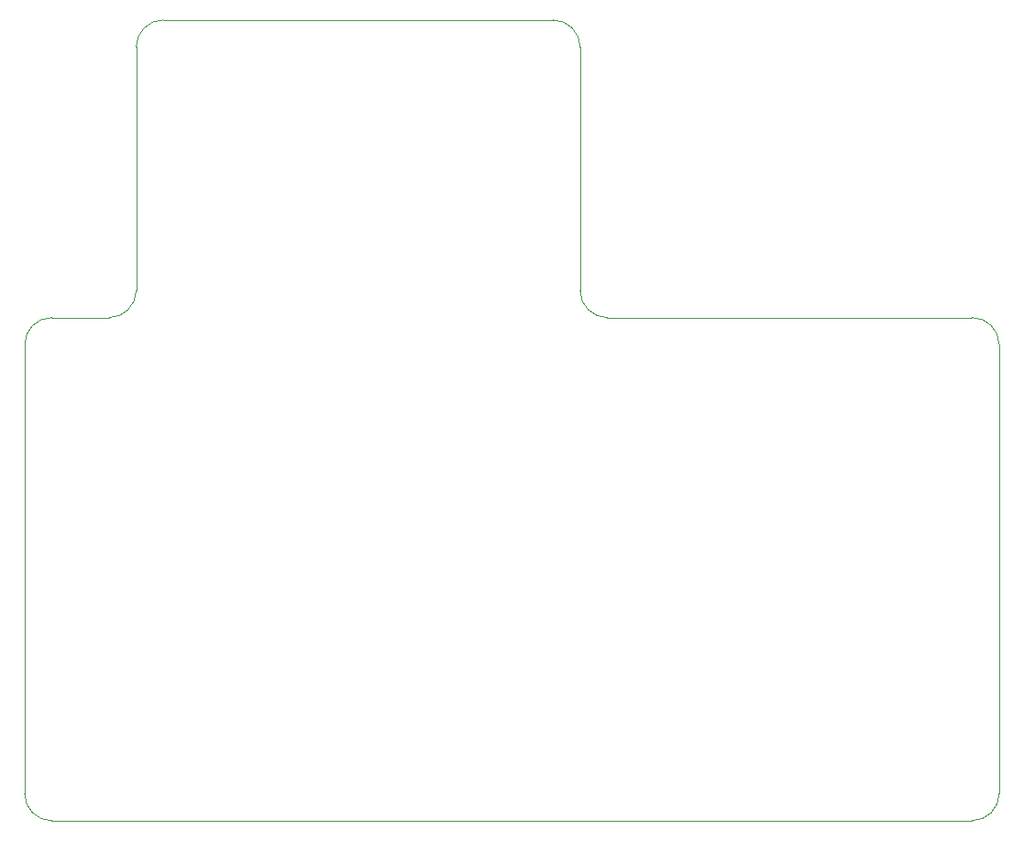
<source format=gbr>
%TF.GenerationSoftware,KiCad,Pcbnew,8.0.5*%
%TF.CreationDate,2024-10-07T01:51:17+09:00*%
%TF.ProjectId,fsk-energymeter,66736b2d-656e-4657-9267-796d65746572,v0.0.1*%
%TF.SameCoordinates,Original*%
%TF.FileFunction,Profile,NP*%
%FSLAX46Y46*%
G04 Gerber Fmt 4.6, Leading zero omitted, Abs format (unit mm)*
G04 Created by KiCad (PCBNEW 8.0.5) date 2024-10-07 01:51:17*
%MOMM*%
%LPD*%
G01*
G04 APERTURE LIST*
%TA.AperFunction,Profile*%
%ADD10C,0.050000*%
%TD*%
G04 APERTURE END LIST*
D10*
X170500000Y-74600000D02*
X170500000Y-116100000D01*
X129300000Y-44600000D02*
G75*
G02*
X131800000Y-47100000I0J-2500000D01*
G01*
X168000000Y-118600000D02*
X83000000Y-118600000D01*
X83000000Y-72100000D02*
X88300000Y-72100000D01*
X170500000Y-116100000D02*
G75*
G02*
X168000000Y-118600000I-2500000J0D01*
G01*
X168000000Y-72100000D02*
G75*
G02*
X170500000Y-74600000I0J-2500000D01*
G01*
X134300000Y-72100000D02*
X168000000Y-72100000D01*
X90800000Y-69600000D02*
G75*
G02*
X88300000Y-72100000I-2500000J0D01*
G01*
X80500000Y-116100000D02*
X80500000Y-74600000D01*
X83000000Y-118600000D02*
G75*
G02*
X80500000Y-116100000I0J2500000D01*
G01*
X134300000Y-72100000D02*
G75*
G02*
X131800000Y-69600000I0J2500000D01*
G01*
X131800000Y-47100000D02*
X131800000Y-69600000D01*
X80500000Y-74600000D02*
G75*
G02*
X83000000Y-72100000I2500000J0D01*
G01*
X90800000Y-47100000D02*
G75*
G02*
X93300000Y-44600000I2500000J0D01*
G01*
X90800000Y-69600000D02*
X90800000Y-47100000D01*
X93300000Y-44600000D02*
X129300000Y-44600000D01*
M02*

</source>
